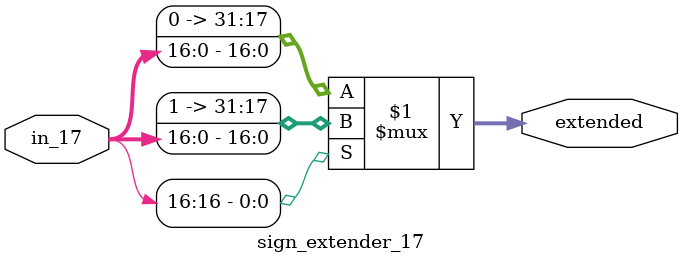
<source format=v>
module sign_extender_17(
    output [31:0] extended,
    input [16:0] in_17);

    assign extended = in_17[16] ? {{15{1'b1}}, in_17} : {{15{1'b0}}, in_17};
endmodule
</source>
